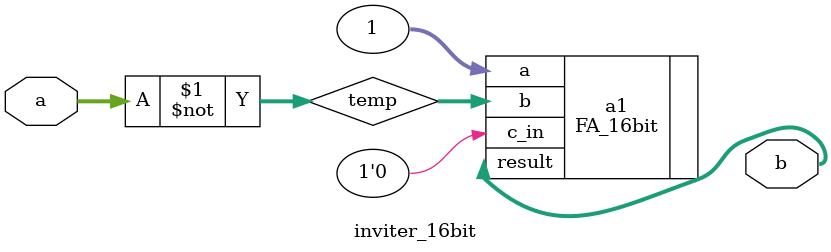
<source format=v>
module inviter_16bit
(
    input [15:0] a,
    output [15:0] b
);
wire [15:0]temp;
assign temp=~a;
FA_16bit a1(
    .a(1),
    .b(temp),
    .c_in(1'b0),
    .result(b)
);
endmodule
</source>
